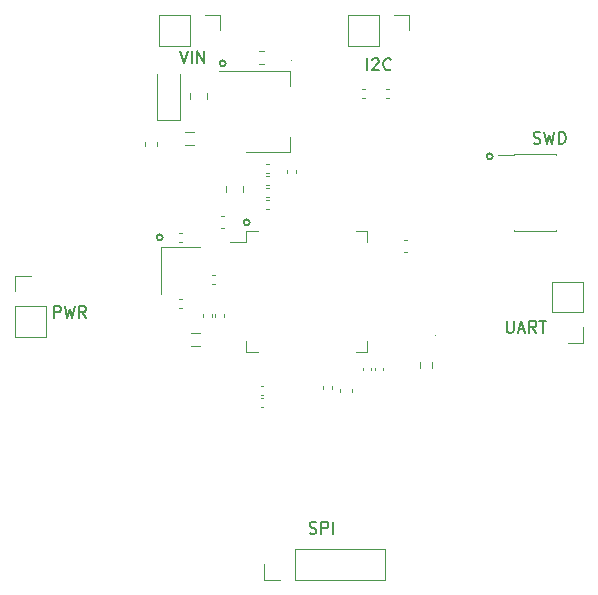
<source format=gbr>
%TF.GenerationSoftware,KiCad,Pcbnew,(6.0.1)*%
%TF.CreationDate,2022-05-08T06:10:33+05:45*%
%TF.ProjectId,STM32F4_Breakout,53544d33-3246-4345-9f42-7265616b6f75,rev?*%
%TF.SameCoordinates,Original*%
%TF.FileFunction,Legend,Top*%
%TF.FilePolarity,Positive*%
%FSLAX46Y46*%
G04 Gerber Fmt 4.6, Leading zero omitted, Abs format (unit mm)*
G04 Created by KiCad (PCBNEW (6.0.1)) date 2022-05-08 06:10:33*
%MOMM*%
%LPD*%
G01*
G04 APERTURE LIST*
%ADD10C,0.150000*%
%ADD11C,0.120000*%
%ADD12C,0.100000*%
G04 APERTURE END LIST*
D10*
X48462000Y-39774000D02*
G75*
G03*
X48462000Y-39774000I-254000J0D01*
G01*
X55828000Y-38504000D02*
G75*
G03*
X55828000Y-38504000I-254000J0D01*
G01*
X76402000Y-32916000D02*
G75*
G03*
X76402000Y-32916000I-254000J0D01*
G01*
X53796000Y-25042000D02*
G75*
G03*
X53796000Y-25042000I-254000J0D01*
G01*
X79870857Y-31796761D02*
X80013714Y-31844380D01*
X80251809Y-31844380D01*
X80347047Y-31796761D01*
X80394666Y-31749142D01*
X80442285Y-31653904D01*
X80442285Y-31558666D01*
X80394666Y-31463428D01*
X80347047Y-31415809D01*
X80251809Y-31368190D01*
X80061333Y-31320571D01*
X79966095Y-31272952D01*
X79918476Y-31225333D01*
X79870857Y-31130095D01*
X79870857Y-31034857D01*
X79918476Y-30939619D01*
X79966095Y-30892000D01*
X80061333Y-30844380D01*
X80299428Y-30844380D01*
X80442285Y-30892000D01*
X80775619Y-30844380D02*
X81013714Y-31844380D01*
X81204190Y-31130095D01*
X81394666Y-31844380D01*
X81632761Y-30844380D01*
X82013714Y-31844380D02*
X82013714Y-30844380D01*
X82251809Y-30844380D01*
X82394666Y-30892000D01*
X82489904Y-30987238D01*
X82537523Y-31082476D01*
X82585142Y-31272952D01*
X82585142Y-31415809D01*
X82537523Y-31606285D01*
X82489904Y-31701523D01*
X82394666Y-31796761D01*
X82251809Y-31844380D01*
X82013714Y-31844380D01*
X60900190Y-64816761D02*
X61043047Y-64864380D01*
X61281142Y-64864380D01*
X61376380Y-64816761D01*
X61424000Y-64769142D01*
X61471619Y-64673904D01*
X61471619Y-64578666D01*
X61424000Y-64483428D01*
X61376380Y-64435809D01*
X61281142Y-64388190D01*
X61090666Y-64340571D01*
X60995428Y-64292952D01*
X60947809Y-64245333D01*
X60900190Y-64150095D01*
X60900190Y-64054857D01*
X60947809Y-63959619D01*
X60995428Y-63912000D01*
X61090666Y-63864380D01*
X61328761Y-63864380D01*
X61471619Y-63912000D01*
X61900190Y-64864380D02*
X61900190Y-63864380D01*
X62281142Y-63864380D01*
X62376380Y-63912000D01*
X62424000Y-63959619D01*
X62471619Y-64054857D01*
X62471619Y-64197714D01*
X62424000Y-64292952D01*
X62376380Y-64340571D01*
X62281142Y-64388190D01*
X61900190Y-64388190D01*
X62900190Y-64864380D02*
X62900190Y-63864380D01*
X39254666Y-46576380D02*
X39254666Y-45576380D01*
X39635619Y-45576380D01*
X39730857Y-45624000D01*
X39778476Y-45671619D01*
X39826095Y-45766857D01*
X39826095Y-45909714D01*
X39778476Y-46004952D01*
X39730857Y-46052571D01*
X39635619Y-46100190D01*
X39254666Y-46100190D01*
X40159428Y-45576380D02*
X40397523Y-46576380D01*
X40588000Y-45862095D01*
X40778476Y-46576380D01*
X41016571Y-45576380D01*
X41968952Y-46576380D02*
X41635619Y-46100190D01*
X41397523Y-46576380D02*
X41397523Y-45576380D01*
X41778476Y-45576380D01*
X41873714Y-45624000D01*
X41921333Y-45671619D01*
X41968952Y-45766857D01*
X41968952Y-45909714D01*
X41921333Y-46004952D01*
X41873714Y-46052571D01*
X41778476Y-46100190D01*
X41397523Y-46100190D01*
X49906761Y-23986380D02*
X50240095Y-24986380D01*
X50573428Y-23986380D01*
X50906761Y-24986380D02*
X50906761Y-23986380D01*
X51382952Y-24986380D02*
X51382952Y-23986380D01*
X51954380Y-24986380D01*
X51954380Y-23986380D01*
X77600761Y-46846380D02*
X77600761Y-47655904D01*
X77648380Y-47751142D01*
X77696000Y-47798761D01*
X77791238Y-47846380D01*
X77981714Y-47846380D01*
X78076952Y-47798761D01*
X78124571Y-47751142D01*
X78172190Y-47655904D01*
X78172190Y-46846380D01*
X78600761Y-47560666D02*
X79076952Y-47560666D01*
X78505523Y-47846380D02*
X78838857Y-46846380D01*
X79172190Y-47846380D01*
X80076952Y-47846380D02*
X79743619Y-47370190D01*
X79505523Y-47846380D02*
X79505523Y-46846380D01*
X79886476Y-46846380D01*
X79981714Y-46894000D01*
X80029333Y-46941619D01*
X80076952Y-47036857D01*
X80076952Y-47179714D01*
X80029333Y-47274952D01*
X79981714Y-47322571D01*
X79886476Y-47370190D01*
X79505523Y-47370190D01*
X80362666Y-46846380D02*
X80934095Y-46846380D01*
X80648380Y-47846380D02*
X80648380Y-46846380D01*
X65773809Y-25621380D02*
X65773809Y-24621380D01*
X66202380Y-24716619D02*
X66250000Y-24669000D01*
X66345238Y-24621380D01*
X66583333Y-24621380D01*
X66678571Y-24669000D01*
X66726190Y-24716619D01*
X66773809Y-24811857D01*
X66773809Y-24907095D01*
X66726190Y-25049952D01*
X66154761Y-25621380D01*
X66773809Y-25621380D01*
X67773809Y-25526142D02*
X67726190Y-25573761D01*
X67583333Y-25621380D01*
X67488095Y-25621380D01*
X67345238Y-25573761D01*
X67250000Y-25478523D01*
X67202380Y-25383285D01*
X67154761Y-25192809D01*
X67154761Y-25049952D01*
X67202380Y-24859476D01*
X67250000Y-24764238D01*
X67345238Y-24669000D01*
X67488095Y-24621380D01*
X67583333Y-24621380D01*
X67726190Y-24669000D01*
X67773809Y-24716619D01*
D11*
%TO.C,J4*%
X78193000Y-32729000D02*
X81723000Y-32729000D01*
X78193000Y-32729000D02*
X78193000Y-32794000D01*
X76868000Y-32794000D02*
X78193000Y-32794000D01*
X78193000Y-39199000D02*
X81723000Y-39199000D01*
X81723000Y-32729000D02*
X81723000Y-32794000D01*
X78193000Y-39134000D02*
X78193000Y-39199000D01*
X81723000Y-39134000D02*
X81723000Y-39199000D01*
%TO.C,C12*%
X64466000Y-52587420D02*
X64466000Y-52868580D01*
X63446000Y-52587420D02*
X63446000Y-52868580D01*
%TO.C,C17*%
X50093836Y-45722000D02*
X49878164Y-45722000D01*
X50093836Y-45002000D02*
X49878164Y-45002000D01*
%TO.C,D1*%
X49970000Y-29832000D02*
X49970000Y-25932000D01*
X47970000Y-29832000D02*
X47970000Y-25932000D01*
X47970000Y-29832000D02*
X49970000Y-29832000D01*
%TO.C,U1*%
X59262000Y-32516000D02*
X59262000Y-31256000D01*
X59262000Y-25696000D02*
X59262000Y-26956000D01*
X53252000Y-25696000D02*
X59262000Y-25696000D01*
X55502000Y-32516000D02*
X59262000Y-32516000D01*
%TO.C,C16*%
X49878164Y-40134000D02*
X50093836Y-40134000D01*
X49878164Y-39414000D02*
X50093836Y-39414000D01*
%TO.C,R2*%
X67665641Y-27202000D02*
X67358359Y-27202000D01*
X67665641Y-27962000D02*
X67358359Y-27962000D01*
%TO.C,J2*%
X35956000Y-44341000D02*
X35956000Y-43011000D01*
X35956000Y-48211000D02*
X38616000Y-48211000D01*
X35956000Y-43011000D02*
X37286000Y-43011000D01*
X35956000Y-45611000D02*
X35956000Y-48211000D01*
X38616000Y-45611000D02*
X38616000Y-48211000D01*
X35956000Y-45611000D02*
X38616000Y-45611000D01*
D12*
%TO.C,D3*%
X71576449Y-48096269D02*
G75*
G03*
X71576449Y-48096269I-50000J0D01*
G01*
D11*
%TO.C,FB1*%
X50348378Y-30832000D02*
X51147622Y-30832000D01*
X50348378Y-31952000D02*
X51147622Y-31952000D01*
%TO.C,R7*%
X70262226Y-50319176D02*
X70262226Y-50793692D01*
X71307226Y-50319176D02*
X71307226Y-50793692D01*
D12*
%TO.C,D2*%
X59402000Y-24788000D02*
G75*
G03*
X59402000Y-24788000I-50000J0D01*
G01*
D11*
%TO.C,R4*%
X59004000Y-34339641D02*
X59004000Y-34032359D01*
X59764000Y-34339641D02*
X59764000Y-34032359D01*
%TO.C,FB2*%
X50856378Y-48970000D02*
X51655622Y-48970000D01*
X50856378Y-47850000D02*
X51655622Y-47850000D01*
%TO.C,R6*%
X52933641Y-42950000D02*
X52626359Y-42950000D01*
X52933641Y-43710000D02*
X52626359Y-43710000D01*
%TO.C,C11*%
X65422000Y-50794164D02*
X65422000Y-51009836D01*
X66142000Y-50794164D02*
X66142000Y-51009836D01*
%TO.C,R1*%
X57081258Y-25056500D02*
X56606742Y-25056500D01*
X57081258Y-24011500D02*
X56606742Y-24011500D01*
%TO.C,HSE1*%
X48336000Y-40568000D02*
X48336000Y-44568000D01*
X51636000Y-40568000D02*
X48336000Y-40568000D01*
%TO.C,C14*%
X52632000Y-46485836D02*
X52632000Y-46270164D01*
X51912000Y-46485836D02*
X51912000Y-46270164D01*
%TO.C,C13*%
X68895420Y-41046000D02*
X69176580Y-41046000D01*
X68895420Y-40026000D02*
X69176580Y-40026000D01*
%TO.C,C7*%
X57244164Y-36324000D02*
X57459836Y-36324000D01*
X57244164Y-35604000D02*
X57459836Y-35604000D01*
%TO.C,J3*%
X57048000Y-68790000D02*
X57048000Y-67460000D01*
X59648000Y-66130000D02*
X67328000Y-66130000D01*
X67328000Y-68790000D02*
X67328000Y-66130000D01*
X59648000Y-68790000D02*
X67328000Y-68790000D01*
X58378000Y-68790000D02*
X57048000Y-68790000D01*
X59648000Y-68790000D02*
X59648000Y-66130000D01*
%TO.C,C1*%
X53823000Y-35448748D02*
X53823000Y-35971252D01*
X55293000Y-35448748D02*
X55293000Y-35971252D01*
%TO.C,C2*%
X50775000Y-28097252D02*
X50775000Y-27574748D01*
X52245000Y-28097252D02*
X52245000Y-27574748D01*
%TO.C,C15*%
X52928000Y-46485836D02*
X52928000Y-46270164D01*
X53648000Y-46485836D02*
X53648000Y-46270164D01*
%TO.C,R3*%
X65326359Y-27202000D02*
X65633641Y-27202000D01*
X65326359Y-27962000D02*
X65633641Y-27962000D01*
%TO.C,R5*%
X62052000Y-52322359D02*
X62052000Y-52629641D01*
X62812000Y-52322359D02*
X62812000Y-52629641D01*
%TO.C,C6*%
X57244164Y-36620000D02*
X57459836Y-36620000D01*
X57244164Y-37340000D02*
X57459836Y-37340000D01*
%TO.C,J5*%
X81422000Y-46129000D02*
X81422000Y-43529000D01*
X84082000Y-43529000D02*
X81422000Y-43529000D01*
X84082000Y-48729000D02*
X82752000Y-48729000D01*
X84082000Y-47399000D02*
X84082000Y-48729000D01*
X84082000Y-46129000D02*
X84082000Y-43529000D01*
X84082000Y-46129000D02*
X81422000Y-46129000D01*
%TO.C,C10*%
X66438000Y-50794164D02*
X66438000Y-51009836D01*
X67158000Y-50794164D02*
X67158000Y-51009836D01*
%TO.C,J6*%
X50753000Y-20918000D02*
X48153000Y-20918000D01*
X48153000Y-20918000D02*
X48153000Y-23578000D01*
X53353000Y-20918000D02*
X53353000Y-22248000D01*
X50753000Y-23578000D02*
X48153000Y-23578000D01*
X50753000Y-20918000D02*
X50753000Y-23578000D01*
X52023000Y-20918000D02*
X53353000Y-20918000D01*
%TO.C,F1*%
X46936000Y-31737221D02*
X46936000Y-32062779D01*
X47956000Y-31737221D02*
X47956000Y-32062779D01*
%TO.C,C9*%
X57244164Y-34292000D02*
X57459836Y-34292000D01*
X57244164Y-33572000D02*
X57459836Y-33572000D01*
%TO.C,C3*%
X53682580Y-37994000D02*
X53401420Y-37994000D01*
X53682580Y-39014000D02*
X53401420Y-39014000D01*
%TO.C,C5*%
X56979836Y-54104000D02*
X56764164Y-54104000D01*
X56979836Y-53384000D02*
X56764164Y-53384000D01*
%TO.C,C4*%
X56979836Y-52368000D02*
X56764164Y-52368000D01*
X56979836Y-53088000D02*
X56764164Y-53088000D01*
%TO.C,U2*%
X55544000Y-39236000D02*
X55544000Y-40186000D01*
X55544000Y-40186000D02*
X54204000Y-40186000D01*
X65764000Y-49456000D02*
X65764000Y-48506000D01*
X64814000Y-39236000D02*
X65764000Y-39236000D01*
X56494000Y-49456000D02*
X55544000Y-49456000D01*
X64814000Y-49456000D02*
X65764000Y-49456000D01*
X56494000Y-39236000D02*
X55544000Y-39236000D01*
X65764000Y-39236000D02*
X65764000Y-40186000D01*
X55544000Y-49456000D02*
X55544000Y-48506000D01*
%TO.C,J1*%
X66755000Y-20918000D02*
X64155000Y-20918000D01*
X64155000Y-20918000D02*
X64155000Y-23578000D01*
X69355000Y-20918000D02*
X69355000Y-22248000D01*
X68025000Y-20918000D02*
X69355000Y-20918000D01*
X66755000Y-20918000D02*
X66755000Y-23578000D01*
X66755000Y-23578000D02*
X64155000Y-23578000D01*
%TO.C,C8*%
X57244164Y-35308000D02*
X57459836Y-35308000D01*
X57244164Y-34588000D02*
X57459836Y-34588000D01*
%TD*%
M02*

</source>
